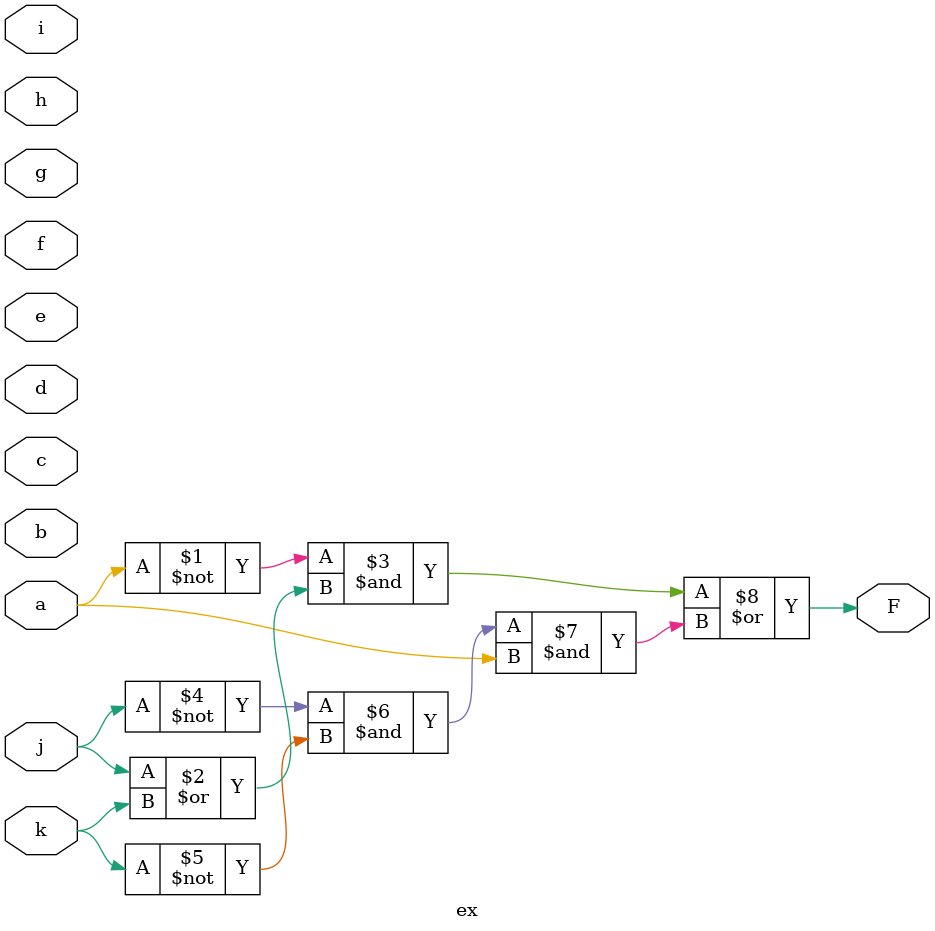
<source format=v>

module ex ( 
    a, b, c, d, e, f, g, h, i, j, k,
    F  );
  input  a, b, c, d, e, f, g, h, i, j, k;
  output F;
  assign F = (~a & (j | k)) | (~j & ~k & a);
endmodule



</source>
